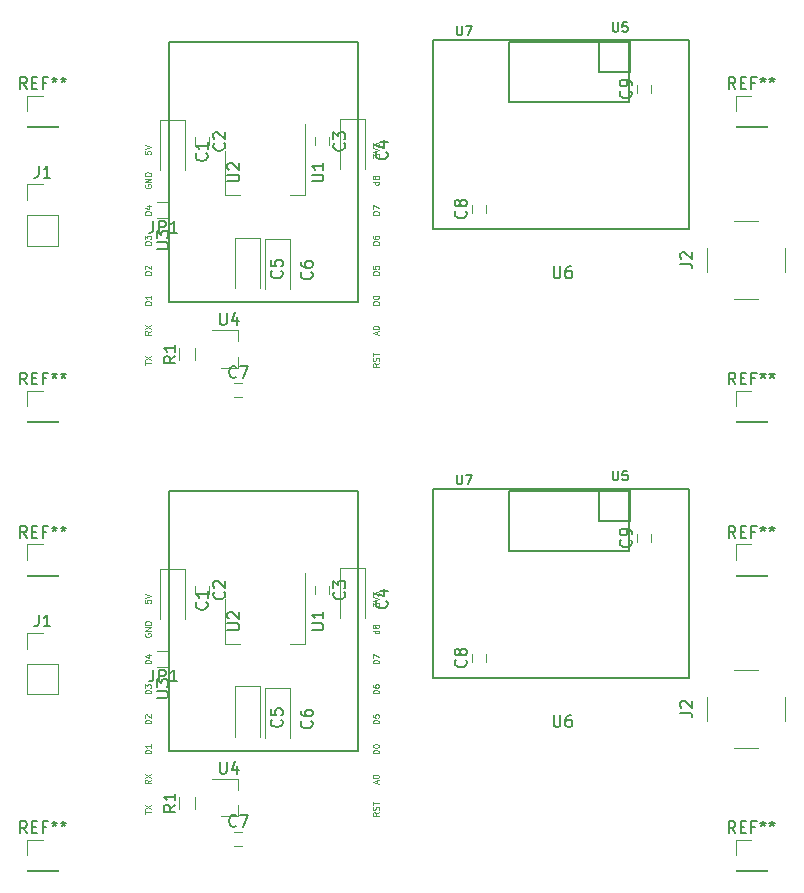
<source format=gbr>
G04 #@! TF.FileFunction,Legend,Top*
%FSLAX46Y46*%
G04 Gerber Fmt 4.6, Leading zero omitted, Abs format (unit mm)*
G04 Created by KiCad (PCBNEW 4.0.6-e0-6349~52~ubuntu16.10.1) date Mon May  1 13:22:21 2017*
%MOMM*%
%LPD*%
G01*
G04 APERTURE LIST*
%ADD10C,0.100000*%
%ADD11C,0.120000*%
%ADD12C,0.150000*%
%ADD13C,0.160000*%
G04 APERTURE END LIST*
D10*
D11*
X128670000Y-111770000D02*
X128670000Y-111830000D01*
X128670000Y-111830000D02*
X131330000Y-111830000D01*
X131330000Y-111830000D02*
X131330000Y-111770000D01*
X131330000Y-111770000D02*
X128670000Y-111770000D01*
X128670000Y-110500000D02*
X128670000Y-109170000D01*
X128670000Y-109170000D02*
X130000000Y-109170000D01*
X146220000Y-108520000D02*
X146920000Y-108520000D01*
X146920000Y-109720000D02*
X146220000Y-109720000D01*
X142920000Y-105560000D02*
X142920000Y-106560000D01*
X141560000Y-106560000D02*
X141560000Y-105560000D01*
X146540000Y-107210000D02*
X146540000Y-106280000D01*
X146540000Y-104050000D02*
X146540000Y-104980000D01*
X146540000Y-104050000D02*
X144380000Y-104050000D01*
X146540000Y-107210000D02*
X145080000Y-107210000D01*
D12*
X156740000Y-79680000D02*
X140740000Y-79680000D01*
X140740000Y-79680000D02*
X140740000Y-101680000D01*
X140740000Y-101680000D02*
X156740000Y-101680000D01*
X156740000Y-101680000D02*
X156740000Y-79680000D01*
D11*
X144110000Y-87700000D02*
X144110000Y-88400000D01*
X142910000Y-88400000D02*
X142910000Y-87700000D01*
X148370000Y-96205000D02*
X148370000Y-100455000D01*
X146270000Y-96205000D02*
X146270000Y-100455000D01*
X148370000Y-96205000D02*
X146270000Y-96205000D01*
X150910000Y-96310000D02*
X150910000Y-100560000D01*
X148810000Y-96310000D02*
X148810000Y-100560000D01*
X150910000Y-96310000D02*
X148810000Y-96310000D01*
X154270000Y-87700000D02*
X154270000Y-88400000D01*
X153070000Y-88400000D02*
X153070000Y-87700000D01*
X142020000Y-86255000D02*
X142020000Y-90505000D01*
X139920000Y-86255000D02*
X139920000Y-90505000D01*
X142020000Y-86255000D02*
X139920000Y-86255000D01*
X145420000Y-92590000D02*
X146680000Y-92590000D01*
X152240000Y-92590000D02*
X150980000Y-92590000D01*
X145420000Y-88830000D02*
X145420000Y-92590000D01*
X152240000Y-86580000D02*
X152240000Y-92590000D01*
X188670000Y-111770000D02*
X188670000Y-111830000D01*
X188670000Y-111830000D02*
X191330000Y-111830000D01*
X191330000Y-111830000D02*
X191330000Y-111770000D01*
X191330000Y-111770000D02*
X188670000Y-111770000D01*
X188670000Y-110500000D02*
X188670000Y-109170000D01*
X188670000Y-109170000D02*
X190000000Y-109170000D01*
X186244630Y-99094678D02*
X186244630Y-97094678D01*
X192844630Y-99094678D02*
X192844630Y-97094678D01*
X188544630Y-94794678D02*
X190544630Y-94794678D01*
X188544630Y-101394678D02*
X190544630Y-101394678D01*
X188670000Y-86770000D02*
X188670000Y-86830000D01*
X188670000Y-86830000D02*
X191330000Y-86830000D01*
X191330000Y-86830000D02*
X191330000Y-86770000D01*
X191330000Y-86770000D02*
X188670000Y-86770000D01*
X188670000Y-85500000D02*
X188670000Y-84170000D01*
X188670000Y-84170000D02*
X190000000Y-84170000D01*
D12*
X177104630Y-79537678D02*
X179771630Y-79537678D01*
X179771630Y-79537678D02*
X179771630Y-82204678D01*
X172024630Y-79664678D02*
X169484630Y-79664678D01*
X169484630Y-79664678D02*
X169484630Y-82204678D01*
X177104630Y-79664678D02*
X177104630Y-82204678D01*
X177104630Y-82204678D02*
X179644630Y-82204678D01*
X172024630Y-79664678D02*
X179644630Y-79664678D01*
X179644630Y-79664678D02*
X179644630Y-84744678D01*
X179644630Y-84744678D02*
X169484630Y-84744678D01*
X169484630Y-84744678D02*
X169484630Y-82204678D01*
D11*
X180330000Y-83970000D02*
X180330000Y-83270000D01*
X181530000Y-83270000D02*
X181530000Y-83970000D01*
X166360000Y-94130000D02*
X166360000Y-93430000D01*
X167560000Y-93430000D02*
X167560000Y-94130000D01*
D12*
X163044630Y-95474678D02*
X163044630Y-79474678D01*
X184744630Y-95474678D02*
X163044630Y-95474678D01*
X184744630Y-79474678D02*
X184744630Y-95474678D01*
X163044630Y-79474678D02*
X184744630Y-79474678D01*
D11*
X128670000Y-86770000D02*
X128670000Y-86830000D01*
X128670000Y-86830000D02*
X131330000Y-86830000D01*
X131330000Y-86830000D02*
X131330000Y-86770000D01*
X131330000Y-86770000D02*
X128670000Y-86770000D01*
X128670000Y-85500000D02*
X128670000Y-84170000D01*
X128670000Y-84170000D02*
X130000000Y-84170000D01*
X139720000Y-93200000D02*
X140720000Y-93200000D01*
X140720000Y-94560000D02*
X139720000Y-94560000D01*
X157260000Y-86150000D02*
X157260000Y-90400000D01*
X155160000Y-86150000D02*
X155160000Y-90400000D01*
X157260000Y-86150000D02*
X155160000Y-86150000D01*
X128670000Y-94270000D02*
X128670000Y-96870000D01*
X128670000Y-96870000D02*
X131330000Y-96870000D01*
X131330000Y-96870000D02*
X131330000Y-94270000D01*
X131330000Y-94270000D02*
X128670000Y-94270000D01*
X128670000Y-93000000D02*
X128670000Y-91670000D01*
X128670000Y-91670000D02*
X130000000Y-91670000D01*
X128670000Y-48770000D02*
X128670000Y-48830000D01*
X128670000Y-48830000D02*
X131330000Y-48830000D01*
X131330000Y-48830000D02*
X131330000Y-48770000D01*
X131330000Y-48770000D02*
X128670000Y-48770000D01*
X128670000Y-47500000D02*
X128670000Y-46170000D01*
X128670000Y-46170000D02*
X130000000Y-46170000D01*
X128670000Y-73770000D02*
X128670000Y-73830000D01*
X128670000Y-73830000D02*
X131330000Y-73830000D01*
X131330000Y-73830000D02*
X131330000Y-73770000D01*
X131330000Y-73770000D02*
X128670000Y-73770000D01*
X128670000Y-72500000D02*
X128670000Y-71170000D01*
X128670000Y-71170000D02*
X130000000Y-71170000D01*
X188670000Y-73770000D02*
X188670000Y-73830000D01*
X188670000Y-73830000D02*
X191330000Y-73830000D01*
X191330000Y-73830000D02*
X191330000Y-73770000D01*
X191330000Y-73770000D02*
X188670000Y-73770000D01*
X188670000Y-72500000D02*
X188670000Y-71170000D01*
X188670000Y-71170000D02*
X190000000Y-71170000D01*
X142020000Y-48255000D02*
X142020000Y-52505000D01*
X139920000Y-48255000D02*
X139920000Y-52505000D01*
X142020000Y-48255000D02*
X139920000Y-48255000D01*
X144110000Y-49700000D02*
X144110000Y-50400000D01*
X142910000Y-50400000D02*
X142910000Y-49700000D01*
X154270000Y-49700000D02*
X154270000Y-50400000D01*
X153070000Y-50400000D02*
X153070000Y-49700000D01*
X157260000Y-48150000D02*
X157260000Y-52400000D01*
X155160000Y-48150000D02*
X155160000Y-52400000D01*
X157260000Y-48150000D02*
X155160000Y-48150000D01*
X148370000Y-58205000D02*
X148370000Y-62455000D01*
X146270000Y-58205000D02*
X146270000Y-62455000D01*
X148370000Y-58205000D02*
X146270000Y-58205000D01*
X150910000Y-58310000D02*
X150910000Y-62560000D01*
X148810000Y-58310000D02*
X148810000Y-62560000D01*
X150910000Y-58310000D02*
X148810000Y-58310000D01*
X146220000Y-70520000D02*
X146920000Y-70520000D01*
X146920000Y-71720000D02*
X146220000Y-71720000D01*
X166360000Y-56130000D02*
X166360000Y-55430000D01*
X167560000Y-55430000D02*
X167560000Y-56130000D01*
X180330000Y-45970000D02*
X180330000Y-45270000D01*
X181530000Y-45270000D02*
X181530000Y-45970000D01*
X186244630Y-61094678D02*
X186244630Y-59094678D01*
X192844630Y-61094678D02*
X192844630Y-59094678D01*
X188544630Y-56794678D02*
X190544630Y-56794678D01*
X188544630Y-63394678D02*
X190544630Y-63394678D01*
X139720000Y-55200000D02*
X140720000Y-55200000D01*
X140720000Y-56560000D02*
X139720000Y-56560000D01*
X142920000Y-67560000D02*
X142920000Y-68560000D01*
X141560000Y-68560000D02*
X141560000Y-67560000D01*
X145420000Y-54590000D02*
X146680000Y-54590000D01*
X152240000Y-54590000D02*
X150980000Y-54590000D01*
X145420000Y-50830000D02*
X145420000Y-54590000D01*
X152240000Y-48580000D02*
X152240000Y-54590000D01*
D12*
X156740000Y-41680000D02*
X140740000Y-41680000D01*
X140740000Y-41680000D02*
X140740000Y-63680000D01*
X140740000Y-63680000D02*
X156740000Y-63680000D01*
X156740000Y-63680000D02*
X156740000Y-41680000D01*
D11*
X146540000Y-69210000D02*
X146540000Y-68280000D01*
X146540000Y-66050000D02*
X146540000Y-66980000D01*
X146540000Y-66050000D02*
X144380000Y-66050000D01*
X146540000Y-69210000D02*
X145080000Y-69210000D01*
D12*
X177104630Y-41537678D02*
X179771630Y-41537678D01*
X179771630Y-41537678D02*
X179771630Y-44204678D01*
X172024630Y-41664678D02*
X169484630Y-41664678D01*
X169484630Y-41664678D02*
X169484630Y-44204678D01*
X177104630Y-41664678D02*
X177104630Y-44204678D01*
X177104630Y-44204678D02*
X179644630Y-44204678D01*
X172024630Y-41664678D02*
X179644630Y-41664678D01*
X179644630Y-41664678D02*
X179644630Y-46744678D01*
X179644630Y-46744678D02*
X169484630Y-46744678D01*
X169484630Y-46744678D02*
X169484630Y-44204678D01*
X163044630Y-57474678D02*
X163044630Y-41474678D01*
X184744630Y-57474678D02*
X163044630Y-57474678D01*
X184744630Y-41474678D02*
X184744630Y-57474678D01*
X163044630Y-41474678D02*
X184744630Y-41474678D01*
D11*
X128670000Y-56270000D02*
X128670000Y-58870000D01*
X128670000Y-58870000D02*
X131330000Y-58870000D01*
X131330000Y-58870000D02*
X131330000Y-56270000D01*
X131330000Y-56270000D02*
X128670000Y-56270000D01*
X128670000Y-55000000D02*
X128670000Y-53670000D01*
X128670000Y-53670000D02*
X130000000Y-53670000D01*
X188670000Y-48770000D02*
X188670000Y-48830000D01*
X188670000Y-48830000D02*
X191330000Y-48830000D01*
X191330000Y-48830000D02*
X191330000Y-48770000D01*
X191330000Y-48770000D02*
X188670000Y-48770000D01*
X188670000Y-47500000D02*
X188670000Y-46170000D01*
X188670000Y-46170000D02*
X190000000Y-46170000D01*
D12*
X128666667Y-108622381D02*
X128333333Y-108146190D01*
X128095238Y-108622381D02*
X128095238Y-107622381D01*
X128476191Y-107622381D01*
X128571429Y-107670000D01*
X128619048Y-107717619D01*
X128666667Y-107812857D01*
X128666667Y-107955714D01*
X128619048Y-108050952D01*
X128571429Y-108098571D01*
X128476191Y-108146190D01*
X128095238Y-108146190D01*
X129095238Y-108098571D02*
X129428572Y-108098571D01*
X129571429Y-108622381D02*
X129095238Y-108622381D01*
X129095238Y-107622381D01*
X129571429Y-107622381D01*
X130333334Y-108098571D02*
X130000000Y-108098571D01*
X130000000Y-108622381D02*
X130000000Y-107622381D01*
X130476191Y-107622381D01*
X131000000Y-107622381D02*
X131000000Y-107860476D01*
X130761905Y-107765238D02*
X131000000Y-107860476D01*
X131238096Y-107765238D01*
X130857143Y-108050952D02*
X131000000Y-107860476D01*
X131142858Y-108050952D01*
X131761905Y-107622381D02*
X131761905Y-107860476D01*
X131523810Y-107765238D02*
X131761905Y-107860476D01*
X132000001Y-107765238D01*
X131619048Y-108050952D02*
X131761905Y-107860476D01*
X131904763Y-108050952D01*
X146403334Y-107977143D02*
X146355715Y-108024762D01*
X146212858Y-108072381D01*
X146117620Y-108072381D01*
X145974762Y-108024762D01*
X145879524Y-107929524D01*
X145831905Y-107834286D01*
X145784286Y-107643810D01*
X145784286Y-107500952D01*
X145831905Y-107310476D01*
X145879524Y-107215238D01*
X145974762Y-107120000D01*
X146117620Y-107072381D01*
X146212858Y-107072381D01*
X146355715Y-107120000D01*
X146403334Y-107167619D01*
X146736667Y-107072381D02*
X147403334Y-107072381D01*
X146974762Y-108072381D01*
X141242381Y-106226666D02*
X140766190Y-106560000D01*
X141242381Y-106798095D02*
X140242381Y-106798095D01*
X140242381Y-106417142D01*
X140290000Y-106321904D01*
X140337619Y-106274285D01*
X140432857Y-106226666D01*
X140575714Y-106226666D01*
X140670952Y-106274285D01*
X140718571Y-106321904D01*
X140766190Y-106417142D01*
X140766190Y-106798095D01*
X141242381Y-105274285D02*
X141242381Y-105845714D01*
X141242381Y-105560000D02*
X140242381Y-105560000D01*
X140385238Y-105655238D01*
X140480476Y-105750476D01*
X140528095Y-105845714D01*
X145018095Y-102582381D02*
X145018095Y-103391905D01*
X145065714Y-103487143D01*
X145113333Y-103534762D01*
X145208571Y-103582381D01*
X145399048Y-103582381D01*
X145494286Y-103534762D01*
X145541905Y-103487143D01*
X145589524Y-103391905D01*
X145589524Y-102582381D01*
X146494286Y-102915714D02*
X146494286Y-103582381D01*
X146256190Y-102534762D02*
X146018095Y-103249048D01*
X146637143Y-103249048D01*
X139660381Y-97181905D02*
X140469905Y-97181905D01*
X140565143Y-97134286D01*
X140612762Y-97086667D01*
X140660381Y-96991429D01*
X140660381Y-96800952D01*
X140612762Y-96705714D01*
X140565143Y-96658095D01*
X140469905Y-96610476D01*
X139660381Y-96610476D01*
X139660381Y-96229524D02*
X139660381Y-95610476D01*
X140041333Y-95943810D01*
X140041333Y-95800952D01*
X140088952Y-95705714D01*
X140136571Y-95658095D01*
X140231810Y-95610476D01*
X140469905Y-95610476D01*
X140565143Y-95658095D01*
X140612762Y-95705714D01*
X140660381Y-95800952D01*
X140660381Y-96086667D01*
X140612762Y-96181905D01*
X140565143Y-96229524D01*
D10*
X138664190Y-88895237D02*
X138664190Y-89133332D01*
X138902286Y-89157142D01*
X138878476Y-89133332D01*
X138854667Y-89085713D01*
X138854667Y-88966666D01*
X138878476Y-88919047D01*
X138902286Y-88895237D01*
X138949905Y-88871428D01*
X139068952Y-88871428D01*
X139116571Y-88895237D01*
X139140381Y-88919047D01*
X139164190Y-88966666D01*
X139164190Y-89085713D01*
X139140381Y-89133332D01*
X139116571Y-89157142D01*
X138664190Y-88728571D02*
X139164190Y-88561904D01*
X138664190Y-88395238D01*
X138688000Y-91720953D02*
X138664190Y-91768572D01*
X138664190Y-91840000D01*
X138688000Y-91911429D01*
X138735619Y-91959048D01*
X138783238Y-91982857D01*
X138878476Y-92006667D01*
X138949905Y-92006667D01*
X139045143Y-91982857D01*
X139092762Y-91959048D01*
X139140381Y-91911429D01*
X139164190Y-91840000D01*
X139164190Y-91792381D01*
X139140381Y-91720953D01*
X139116571Y-91697143D01*
X138949905Y-91697143D01*
X138949905Y-91792381D01*
X139164190Y-91482857D02*
X138664190Y-91482857D01*
X139164190Y-91197143D01*
X138664190Y-91197143D01*
X139164190Y-90959047D02*
X138664190Y-90959047D01*
X138664190Y-90840000D01*
X138688000Y-90768571D01*
X138735619Y-90720952D01*
X138783238Y-90697143D01*
X138878476Y-90673333D01*
X138949905Y-90673333D01*
X139045143Y-90697143D01*
X139092762Y-90720952D01*
X139140381Y-90768571D01*
X139164190Y-90840000D01*
X139164190Y-90959047D01*
X139164190Y-94249047D02*
X138664190Y-94249047D01*
X138664190Y-94130000D01*
X138688000Y-94058571D01*
X138735619Y-94010952D01*
X138783238Y-93987143D01*
X138878476Y-93963333D01*
X138949905Y-93963333D01*
X139045143Y-93987143D01*
X139092762Y-94010952D01*
X139140381Y-94058571D01*
X139164190Y-94130000D01*
X139164190Y-94249047D01*
X138830857Y-93534762D02*
X139164190Y-93534762D01*
X138640381Y-93653809D02*
X138997524Y-93772857D01*
X138997524Y-93463333D01*
X139164190Y-96789047D02*
X138664190Y-96789047D01*
X138664190Y-96670000D01*
X138688000Y-96598571D01*
X138735619Y-96550952D01*
X138783238Y-96527143D01*
X138878476Y-96503333D01*
X138949905Y-96503333D01*
X139045143Y-96527143D01*
X139092762Y-96550952D01*
X139140381Y-96598571D01*
X139164190Y-96670000D01*
X139164190Y-96789047D01*
X138664190Y-96336666D02*
X138664190Y-96027143D01*
X138854667Y-96193809D01*
X138854667Y-96122381D01*
X138878476Y-96074762D01*
X138902286Y-96050952D01*
X138949905Y-96027143D01*
X139068952Y-96027143D01*
X139116571Y-96050952D01*
X139140381Y-96074762D01*
X139164190Y-96122381D01*
X139164190Y-96265238D01*
X139140381Y-96312857D01*
X139116571Y-96336666D01*
X139164190Y-99329047D02*
X138664190Y-99329047D01*
X138664190Y-99210000D01*
X138688000Y-99138571D01*
X138735619Y-99090952D01*
X138783238Y-99067143D01*
X138878476Y-99043333D01*
X138949905Y-99043333D01*
X139045143Y-99067143D01*
X139092762Y-99090952D01*
X139140381Y-99138571D01*
X139164190Y-99210000D01*
X139164190Y-99329047D01*
X138711810Y-98852857D02*
X138688000Y-98829047D01*
X138664190Y-98781428D01*
X138664190Y-98662381D01*
X138688000Y-98614762D01*
X138711810Y-98590952D01*
X138759429Y-98567143D01*
X138807048Y-98567143D01*
X138878476Y-98590952D01*
X139164190Y-98876666D01*
X139164190Y-98567143D01*
X139164190Y-101869047D02*
X138664190Y-101869047D01*
X138664190Y-101750000D01*
X138688000Y-101678571D01*
X138735619Y-101630952D01*
X138783238Y-101607143D01*
X138878476Y-101583333D01*
X138949905Y-101583333D01*
X139045143Y-101607143D01*
X139092762Y-101630952D01*
X139140381Y-101678571D01*
X139164190Y-101750000D01*
X139164190Y-101869047D01*
X139164190Y-101107143D02*
X139164190Y-101392857D01*
X139164190Y-101250000D02*
X138664190Y-101250000D01*
X138735619Y-101297619D01*
X138783238Y-101345238D01*
X138807048Y-101392857D01*
X139164190Y-104123333D02*
X138926095Y-104290000D01*
X139164190Y-104409047D02*
X138664190Y-104409047D01*
X138664190Y-104218571D01*
X138688000Y-104170952D01*
X138711810Y-104147143D01*
X138759429Y-104123333D01*
X138830857Y-104123333D01*
X138878476Y-104147143D01*
X138902286Y-104170952D01*
X138926095Y-104218571D01*
X138926095Y-104409047D01*
X138664190Y-103956666D02*
X139164190Y-103623333D01*
X138664190Y-103623333D02*
X139164190Y-103956666D01*
X138664190Y-106960952D02*
X138664190Y-106675238D01*
X139164190Y-106818095D02*
X138664190Y-106818095D01*
X138664190Y-106556190D02*
X139164190Y-106222857D01*
X138664190Y-106222857D02*
X139164190Y-106556190D01*
X157968190Y-89419046D02*
X157968190Y-89109523D01*
X158158667Y-89276189D01*
X158158667Y-89204761D01*
X158182476Y-89157142D01*
X158206286Y-89133332D01*
X158253905Y-89109523D01*
X158372952Y-89109523D01*
X158420571Y-89133332D01*
X158444381Y-89157142D01*
X158468190Y-89204761D01*
X158468190Y-89347618D01*
X158444381Y-89395237D01*
X158420571Y-89419046D01*
X157968190Y-88966666D02*
X158468190Y-88799999D01*
X157968190Y-88633333D01*
X157968190Y-88514285D02*
X157968190Y-88204762D01*
X158158667Y-88371428D01*
X158158667Y-88300000D01*
X158182476Y-88252381D01*
X158206286Y-88228571D01*
X158253905Y-88204762D01*
X158372952Y-88204762D01*
X158420571Y-88228571D01*
X158444381Y-88252381D01*
X158468190Y-88300000D01*
X158468190Y-88442857D01*
X158444381Y-88490476D01*
X158420571Y-88514285D01*
X158468190Y-91470952D02*
X157968190Y-91470952D01*
X158444381Y-91470952D02*
X158468190Y-91518571D01*
X158468190Y-91613809D01*
X158444381Y-91661428D01*
X158420571Y-91685237D01*
X158372952Y-91709047D01*
X158230095Y-91709047D01*
X158182476Y-91685237D01*
X158158667Y-91661428D01*
X158134857Y-91613809D01*
X158134857Y-91518571D01*
X158158667Y-91470952D01*
X158182476Y-91161428D02*
X158158667Y-91209047D01*
X158134857Y-91232856D01*
X158087238Y-91256666D01*
X158063429Y-91256666D01*
X158015810Y-91232856D01*
X157992000Y-91209047D01*
X157968190Y-91161428D01*
X157968190Y-91066190D01*
X157992000Y-91018571D01*
X158015810Y-90994761D01*
X158063429Y-90970952D01*
X158087238Y-90970952D01*
X158134857Y-90994761D01*
X158158667Y-91018571D01*
X158182476Y-91066190D01*
X158182476Y-91161428D01*
X158206286Y-91209047D01*
X158230095Y-91232856D01*
X158277714Y-91256666D01*
X158372952Y-91256666D01*
X158420571Y-91232856D01*
X158444381Y-91209047D01*
X158468190Y-91161428D01*
X158468190Y-91066190D01*
X158444381Y-91018571D01*
X158420571Y-90994761D01*
X158372952Y-90970952D01*
X158277714Y-90970952D01*
X158230095Y-90994761D01*
X158206286Y-91018571D01*
X158182476Y-91066190D01*
X158468190Y-94249047D02*
X157968190Y-94249047D01*
X157968190Y-94130000D01*
X157992000Y-94058571D01*
X158039619Y-94010952D01*
X158087238Y-93987143D01*
X158182476Y-93963333D01*
X158253905Y-93963333D01*
X158349143Y-93987143D01*
X158396762Y-94010952D01*
X158444381Y-94058571D01*
X158468190Y-94130000D01*
X158468190Y-94249047D01*
X157968190Y-93796666D02*
X157968190Y-93463333D01*
X158468190Y-93677619D01*
X158468190Y-96789047D02*
X157968190Y-96789047D01*
X157968190Y-96670000D01*
X157992000Y-96598571D01*
X158039619Y-96550952D01*
X158087238Y-96527143D01*
X158182476Y-96503333D01*
X158253905Y-96503333D01*
X158349143Y-96527143D01*
X158396762Y-96550952D01*
X158444381Y-96598571D01*
X158468190Y-96670000D01*
X158468190Y-96789047D01*
X157968190Y-96074762D02*
X157968190Y-96170000D01*
X157992000Y-96217619D01*
X158015810Y-96241428D01*
X158087238Y-96289047D01*
X158182476Y-96312857D01*
X158372952Y-96312857D01*
X158420571Y-96289047D01*
X158444381Y-96265238D01*
X158468190Y-96217619D01*
X158468190Y-96122381D01*
X158444381Y-96074762D01*
X158420571Y-96050952D01*
X158372952Y-96027143D01*
X158253905Y-96027143D01*
X158206286Y-96050952D01*
X158182476Y-96074762D01*
X158158667Y-96122381D01*
X158158667Y-96217619D01*
X158182476Y-96265238D01*
X158206286Y-96289047D01*
X158253905Y-96312857D01*
X158468190Y-99329047D02*
X157968190Y-99329047D01*
X157968190Y-99210000D01*
X157992000Y-99138571D01*
X158039619Y-99090952D01*
X158087238Y-99067143D01*
X158182476Y-99043333D01*
X158253905Y-99043333D01*
X158349143Y-99067143D01*
X158396762Y-99090952D01*
X158444381Y-99138571D01*
X158468190Y-99210000D01*
X158468190Y-99329047D01*
X157968190Y-98590952D02*
X157968190Y-98829047D01*
X158206286Y-98852857D01*
X158182476Y-98829047D01*
X158158667Y-98781428D01*
X158158667Y-98662381D01*
X158182476Y-98614762D01*
X158206286Y-98590952D01*
X158253905Y-98567143D01*
X158372952Y-98567143D01*
X158420571Y-98590952D01*
X158444381Y-98614762D01*
X158468190Y-98662381D01*
X158468190Y-98781428D01*
X158444381Y-98829047D01*
X158420571Y-98852857D01*
X158468190Y-101869047D02*
X157968190Y-101869047D01*
X157968190Y-101750000D01*
X157992000Y-101678571D01*
X158039619Y-101630952D01*
X158087238Y-101607143D01*
X158182476Y-101583333D01*
X158253905Y-101583333D01*
X158349143Y-101607143D01*
X158396762Y-101630952D01*
X158444381Y-101678571D01*
X158468190Y-101750000D01*
X158468190Y-101869047D01*
X157968190Y-101273809D02*
X157968190Y-101226190D01*
X157992000Y-101178571D01*
X158015810Y-101154762D01*
X158063429Y-101130952D01*
X158158667Y-101107143D01*
X158277714Y-101107143D01*
X158372952Y-101130952D01*
X158420571Y-101154762D01*
X158444381Y-101178571D01*
X158468190Y-101226190D01*
X158468190Y-101273809D01*
X158444381Y-101321428D01*
X158420571Y-101345238D01*
X158372952Y-101369047D01*
X158277714Y-101392857D01*
X158158667Y-101392857D01*
X158063429Y-101369047D01*
X158015810Y-101345238D01*
X157992000Y-101321428D01*
X157968190Y-101273809D01*
X158325333Y-104397142D02*
X158325333Y-104159047D01*
X158468190Y-104444761D02*
X157968190Y-104278094D01*
X158468190Y-104111428D01*
X157968190Y-103849523D02*
X157968190Y-103801904D01*
X157992000Y-103754285D01*
X158015810Y-103730476D01*
X158063429Y-103706666D01*
X158158667Y-103682857D01*
X158277714Y-103682857D01*
X158372952Y-103706666D01*
X158420571Y-103730476D01*
X158444381Y-103754285D01*
X158468190Y-103801904D01*
X158468190Y-103849523D01*
X158444381Y-103897142D01*
X158420571Y-103920952D01*
X158372952Y-103944761D01*
X158277714Y-103968571D01*
X158158667Y-103968571D01*
X158063429Y-103944761D01*
X158015810Y-103920952D01*
X157992000Y-103897142D01*
X157968190Y-103849523D01*
X158468190Y-106853809D02*
X158230095Y-107020476D01*
X158468190Y-107139523D02*
X157968190Y-107139523D01*
X157968190Y-106949047D01*
X157992000Y-106901428D01*
X158015810Y-106877619D01*
X158063429Y-106853809D01*
X158134857Y-106853809D01*
X158182476Y-106877619D01*
X158206286Y-106901428D01*
X158230095Y-106949047D01*
X158230095Y-107139523D01*
X158444381Y-106663333D02*
X158468190Y-106591904D01*
X158468190Y-106472857D01*
X158444381Y-106425238D01*
X158420571Y-106401428D01*
X158372952Y-106377619D01*
X158325333Y-106377619D01*
X158277714Y-106401428D01*
X158253905Y-106425238D01*
X158230095Y-106472857D01*
X158206286Y-106568095D01*
X158182476Y-106615714D01*
X158158667Y-106639523D01*
X158111048Y-106663333D01*
X158063429Y-106663333D01*
X158015810Y-106639523D01*
X157992000Y-106615714D01*
X157968190Y-106568095D01*
X157968190Y-106449047D01*
X157992000Y-106377619D01*
X157968190Y-106234762D02*
X157968190Y-105949048D01*
X158468190Y-106091905D02*
X157968190Y-106091905D01*
D12*
X145652381Y-91441905D02*
X146461905Y-91441905D01*
X146557143Y-91394286D01*
X146604762Y-91346667D01*
X146652381Y-91251429D01*
X146652381Y-91060952D01*
X146604762Y-90965714D01*
X146557143Y-90918095D01*
X146461905Y-90870476D01*
X145652381Y-90870476D01*
X145747619Y-90441905D02*
X145700000Y-90394286D01*
X145652381Y-90299048D01*
X145652381Y-90060952D01*
X145700000Y-89965714D01*
X145747619Y-89918095D01*
X145842857Y-89870476D01*
X145938095Y-89870476D01*
X146080952Y-89918095D01*
X146652381Y-90489524D01*
X146652381Y-89870476D01*
X145367143Y-88216666D02*
X145414762Y-88264285D01*
X145462381Y-88407142D01*
X145462381Y-88502380D01*
X145414762Y-88645238D01*
X145319524Y-88740476D01*
X145224286Y-88788095D01*
X145033810Y-88835714D01*
X144890952Y-88835714D01*
X144700476Y-88788095D01*
X144605238Y-88740476D01*
X144510000Y-88645238D01*
X144462381Y-88502380D01*
X144462381Y-88407142D01*
X144510000Y-88264285D01*
X144557619Y-88216666D01*
X144557619Y-87835714D02*
X144510000Y-87788095D01*
X144462381Y-87692857D01*
X144462381Y-87454761D01*
X144510000Y-87359523D01*
X144557619Y-87311904D01*
X144652857Y-87264285D01*
X144748095Y-87264285D01*
X144890952Y-87311904D01*
X145462381Y-87883333D01*
X145462381Y-87264285D01*
X150227143Y-99021666D02*
X150274762Y-99069285D01*
X150322381Y-99212142D01*
X150322381Y-99307380D01*
X150274762Y-99450238D01*
X150179524Y-99545476D01*
X150084286Y-99593095D01*
X149893810Y-99640714D01*
X149750952Y-99640714D01*
X149560476Y-99593095D01*
X149465238Y-99545476D01*
X149370000Y-99450238D01*
X149322381Y-99307380D01*
X149322381Y-99212142D01*
X149370000Y-99069285D01*
X149417619Y-99021666D01*
X149322381Y-98116904D02*
X149322381Y-98593095D01*
X149798571Y-98640714D01*
X149750952Y-98593095D01*
X149703333Y-98497857D01*
X149703333Y-98259761D01*
X149750952Y-98164523D01*
X149798571Y-98116904D01*
X149893810Y-98069285D01*
X150131905Y-98069285D01*
X150227143Y-98116904D01*
X150274762Y-98164523D01*
X150322381Y-98259761D01*
X150322381Y-98497857D01*
X150274762Y-98593095D01*
X150227143Y-98640714D01*
X152767143Y-99126666D02*
X152814762Y-99174285D01*
X152862381Y-99317142D01*
X152862381Y-99412380D01*
X152814762Y-99555238D01*
X152719524Y-99650476D01*
X152624286Y-99698095D01*
X152433810Y-99745714D01*
X152290952Y-99745714D01*
X152100476Y-99698095D01*
X152005238Y-99650476D01*
X151910000Y-99555238D01*
X151862381Y-99412380D01*
X151862381Y-99317142D01*
X151910000Y-99174285D01*
X151957619Y-99126666D01*
X151862381Y-98269523D02*
X151862381Y-98460000D01*
X151910000Y-98555238D01*
X151957619Y-98602857D01*
X152100476Y-98698095D01*
X152290952Y-98745714D01*
X152671905Y-98745714D01*
X152767143Y-98698095D01*
X152814762Y-98650476D01*
X152862381Y-98555238D01*
X152862381Y-98364761D01*
X152814762Y-98269523D01*
X152767143Y-98221904D01*
X152671905Y-98174285D01*
X152433810Y-98174285D01*
X152338571Y-98221904D01*
X152290952Y-98269523D01*
X152243333Y-98364761D01*
X152243333Y-98555238D01*
X152290952Y-98650476D01*
X152338571Y-98698095D01*
X152433810Y-98745714D01*
X155527143Y-88216666D02*
X155574762Y-88264285D01*
X155622381Y-88407142D01*
X155622381Y-88502380D01*
X155574762Y-88645238D01*
X155479524Y-88740476D01*
X155384286Y-88788095D01*
X155193810Y-88835714D01*
X155050952Y-88835714D01*
X154860476Y-88788095D01*
X154765238Y-88740476D01*
X154670000Y-88645238D01*
X154622381Y-88502380D01*
X154622381Y-88407142D01*
X154670000Y-88264285D01*
X154717619Y-88216666D01*
X154622381Y-87883333D02*
X154622381Y-87264285D01*
X155003333Y-87597619D01*
X155003333Y-87454761D01*
X155050952Y-87359523D01*
X155098571Y-87311904D01*
X155193810Y-87264285D01*
X155431905Y-87264285D01*
X155527143Y-87311904D01*
X155574762Y-87359523D01*
X155622381Y-87454761D01*
X155622381Y-87740476D01*
X155574762Y-87835714D01*
X155527143Y-87883333D01*
X143877143Y-89071666D02*
X143924762Y-89119285D01*
X143972381Y-89262142D01*
X143972381Y-89357380D01*
X143924762Y-89500238D01*
X143829524Y-89595476D01*
X143734286Y-89643095D01*
X143543810Y-89690714D01*
X143400952Y-89690714D01*
X143210476Y-89643095D01*
X143115238Y-89595476D01*
X143020000Y-89500238D01*
X142972381Y-89357380D01*
X142972381Y-89262142D01*
X143020000Y-89119285D01*
X143067619Y-89071666D01*
X143972381Y-88119285D02*
X143972381Y-88690714D01*
X143972381Y-88405000D02*
X142972381Y-88405000D01*
X143115238Y-88500238D01*
X143210476Y-88595476D01*
X143258095Y-88690714D01*
X152782381Y-91441905D02*
X153591905Y-91441905D01*
X153687143Y-91394286D01*
X153734762Y-91346667D01*
X153782381Y-91251429D01*
X153782381Y-91060952D01*
X153734762Y-90965714D01*
X153687143Y-90918095D01*
X153591905Y-90870476D01*
X152782381Y-90870476D01*
X153782381Y-89870476D02*
X153782381Y-90441905D01*
X153782381Y-90156191D02*
X152782381Y-90156191D01*
X152925238Y-90251429D01*
X153020476Y-90346667D01*
X153068095Y-90441905D01*
X188666667Y-108622381D02*
X188333333Y-108146190D01*
X188095238Y-108622381D02*
X188095238Y-107622381D01*
X188476191Y-107622381D01*
X188571429Y-107670000D01*
X188619048Y-107717619D01*
X188666667Y-107812857D01*
X188666667Y-107955714D01*
X188619048Y-108050952D01*
X188571429Y-108098571D01*
X188476191Y-108146190D01*
X188095238Y-108146190D01*
X189095238Y-108098571D02*
X189428572Y-108098571D01*
X189571429Y-108622381D02*
X189095238Y-108622381D01*
X189095238Y-107622381D01*
X189571429Y-107622381D01*
X190333334Y-108098571D02*
X190000000Y-108098571D01*
X190000000Y-108622381D02*
X190000000Y-107622381D01*
X190476191Y-107622381D01*
X191000000Y-107622381D02*
X191000000Y-107860476D01*
X190761905Y-107765238D02*
X191000000Y-107860476D01*
X191238096Y-107765238D01*
X190857143Y-108050952D02*
X191000000Y-107860476D01*
X191142858Y-108050952D01*
X191761905Y-107622381D02*
X191761905Y-107860476D01*
X191523810Y-107765238D02*
X191761905Y-107860476D01*
X192000001Y-107765238D01*
X191619048Y-108050952D02*
X191761905Y-107860476D01*
X191904763Y-108050952D01*
X183997011Y-98428011D02*
X184711297Y-98428011D01*
X184854154Y-98475631D01*
X184949392Y-98570869D01*
X184997011Y-98713726D01*
X184997011Y-98808964D01*
X184092249Y-97999440D02*
X184044630Y-97951821D01*
X183997011Y-97856583D01*
X183997011Y-97618487D01*
X184044630Y-97523249D01*
X184092249Y-97475630D01*
X184187487Y-97428011D01*
X184282725Y-97428011D01*
X184425582Y-97475630D01*
X184997011Y-98047059D01*
X184997011Y-97428011D01*
X173262725Y-98627059D02*
X173262725Y-99436583D01*
X173310344Y-99531821D01*
X173357963Y-99579440D01*
X173453201Y-99627059D01*
X173643678Y-99627059D01*
X173738916Y-99579440D01*
X173786535Y-99531821D01*
X173834154Y-99436583D01*
X173834154Y-98627059D01*
X174738916Y-98627059D02*
X174548439Y-98627059D01*
X174453201Y-98674678D01*
X174405582Y-98722297D01*
X174310344Y-98865154D01*
X174262725Y-99055630D01*
X174262725Y-99436583D01*
X174310344Y-99531821D01*
X174357963Y-99579440D01*
X174453201Y-99627059D01*
X174643678Y-99627059D01*
X174738916Y-99579440D01*
X174786535Y-99531821D01*
X174834154Y-99436583D01*
X174834154Y-99198488D01*
X174786535Y-99103249D01*
X174738916Y-99055630D01*
X174643678Y-99008011D01*
X174453201Y-99008011D01*
X174357963Y-99055630D01*
X174310344Y-99103249D01*
X174262725Y-99198488D01*
X188666667Y-83622381D02*
X188333333Y-83146190D01*
X188095238Y-83622381D02*
X188095238Y-82622381D01*
X188476191Y-82622381D01*
X188571429Y-82670000D01*
X188619048Y-82717619D01*
X188666667Y-82812857D01*
X188666667Y-82955714D01*
X188619048Y-83050952D01*
X188571429Y-83098571D01*
X188476191Y-83146190D01*
X188095238Y-83146190D01*
X189095238Y-83098571D02*
X189428572Y-83098571D01*
X189571429Y-83622381D02*
X189095238Y-83622381D01*
X189095238Y-82622381D01*
X189571429Y-82622381D01*
X190333334Y-83098571D02*
X190000000Y-83098571D01*
X190000000Y-83622381D02*
X190000000Y-82622381D01*
X190476191Y-82622381D01*
X191000000Y-82622381D02*
X191000000Y-82860476D01*
X190761905Y-82765238D02*
X191000000Y-82860476D01*
X191238096Y-82765238D01*
X190857143Y-83050952D02*
X191000000Y-82860476D01*
X191142858Y-83050952D01*
X191761905Y-82622381D02*
X191761905Y-82860476D01*
X191523810Y-82765238D02*
X191761905Y-82860476D01*
X192000001Y-82765238D01*
X191619048Y-83050952D02*
X191761905Y-82860476D01*
X191904763Y-83050952D01*
D13*
X178273106Y-77956583D02*
X178273106Y-78604202D01*
X178311201Y-78680392D01*
X178349297Y-78718488D01*
X178425487Y-78756583D01*
X178577868Y-78756583D01*
X178654059Y-78718488D01*
X178692154Y-78680392D01*
X178730249Y-78604202D01*
X178730249Y-77956583D01*
X179492154Y-77956583D02*
X179111201Y-77956583D01*
X179073106Y-78337535D01*
X179111201Y-78299440D01*
X179187392Y-78261345D01*
X179377868Y-78261345D01*
X179454058Y-78299440D01*
X179492154Y-78337535D01*
X179530249Y-78413726D01*
X179530249Y-78604202D01*
X179492154Y-78680392D01*
X179454058Y-78718488D01*
X179377868Y-78756583D01*
X179187392Y-78756583D01*
X179111201Y-78718488D01*
X179073106Y-78680392D01*
D12*
X179787143Y-83786666D02*
X179834762Y-83834285D01*
X179882381Y-83977142D01*
X179882381Y-84072380D01*
X179834762Y-84215238D01*
X179739524Y-84310476D01*
X179644286Y-84358095D01*
X179453810Y-84405714D01*
X179310952Y-84405714D01*
X179120476Y-84358095D01*
X179025238Y-84310476D01*
X178930000Y-84215238D01*
X178882381Y-84072380D01*
X178882381Y-83977142D01*
X178930000Y-83834285D01*
X178977619Y-83786666D01*
X179882381Y-83310476D02*
X179882381Y-83120000D01*
X179834762Y-83024761D01*
X179787143Y-82977142D01*
X179644286Y-82881904D01*
X179453810Y-82834285D01*
X179072857Y-82834285D01*
X178977619Y-82881904D01*
X178930000Y-82929523D01*
X178882381Y-83024761D01*
X178882381Y-83215238D01*
X178930000Y-83310476D01*
X178977619Y-83358095D01*
X179072857Y-83405714D01*
X179310952Y-83405714D01*
X179406190Y-83358095D01*
X179453810Y-83310476D01*
X179501429Y-83215238D01*
X179501429Y-83024761D01*
X179453810Y-82929523D01*
X179406190Y-82881904D01*
X179310952Y-82834285D01*
X165817143Y-93946666D02*
X165864762Y-93994285D01*
X165912381Y-94137142D01*
X165912381Y-94232380D01*
X165864762Y-94375238D01*
X165769524Y-94470476D01*
X165674286Y-94518095D01*
X165483810Y-94565714D01*
X165340952Y-94565714D01*
X165150476Y-94518095D01*
X165055238Y-94470476D01*
X164960000Y-94375238D01*
X164912381Y-94232380D01*
X164912381Y-94137142D01*
X164960000Y-93994285D01*
X165007619Y-93946666D01*
X165340952Y-93375238D02*
X165293333Y-93470476D01*
X165245714Y-93518095D01*
X165150476Y-93565714D01*
X165102857Y-93565714D01*
X165007619Y-93518095D01*
X164960000Y-93470476D01*
X164912381Y-93375238D01*
X164912381Y-93184761D01*
X164960000Y-93089523D01*
X165007619Y-93041904D01*
X165102857Y-92994285D01*
X165150476Y-92994285D01*
X165245714Y-93041904D01*
X165293333Y-93089523D01*
X165340952Y-93184761D01*
X165340952Y-93375238D01*
X165388571Y-93470476D01*
X165436190Y-93518095D01*
X165531429Y-93565714D01*
X165721905Y-93565714D01*
X165817143Y-93518095D01*
X165864762Y-93470476D01*
X165912381Y-93375238D01*
X165912381Y-93184761D01*
X165864762Y-93089523D01*
X165817143Y-93041904D01*
X165721905Y-92994285D01*
X165531429Y-92994285D01*
X165436190Y-93041904D01*
X165388571Y-93089523D01*
X165340952Y-93184761D01*
D13*
X165089106Y-78258583D02*
X165089106Y-78906202D01*
X165127201Y-78982392D01*
X165165297Y-79020488D01*
X165241487Y-79058583D01*
X165393868Y-79058583D01*
X165470059Y-79020488D01*
X165508154Y-78982392D01*
X165546249Y-78906202D01*
X165546249Y-78258583D01*
X165851011Y-78258583D02*
X166384344Y-78258583D01*
X166041487Y-79058583D01*
D12*
X128666667Y-83622381D02*
X128333333Y-83146190D01*
X128095238Y-83622381D02*
X128095238Y-82622381D01*
X128476191Y-82622381D01*
X128571429Y-82670000D01*
X128619048Y-82717619D01*
X128666667Y-82812857D01*
X128666667Y-82955714D01*
X128619048Y-83050952D01*
X128571429Y-83098571D01*
X128476191Y-83146190D01*
X128095238Y-83146190D01*
X129095238Y-83098571D02*
X129428572Y-83098571D01*
X129571429Y-83622381D02*
X129095238Y-83622381D01*
X129095238Y-82622381D01*
X129571429Y-82622381D01*
X130333334Y-83098571D02*
X130000000Y-83098571D01*
X130000000Y-83622381D02*
X130000000Y-82622381D01*
X130476191Y-82622381D01*
X131000000Y-82622381D02*
X131000000Y-82860476D01*
X130761905Y-82765238D02*
X131000000Y-82860476D01*
X131238096Y-82765238D01*
X130857143Y-83050952D02*
X131000000Y-82860476D01*
X131142858Y-83050952D01*
X131761905Y-82622381D02*
X131761905Y-82860476D01*
X131523810Y-82765238D02*
X131761905Y-82860476D01*
X132000001Y-82765238D01*
X131619048Y-83050952D02*
X131761905Y-82860476D01*
X131904763Y-83050952D01*
X139386667Y-94782381D02*
X139386667Y-95496667D01*
X139339047Y-95639524D01*
X139243809Y-95734762D01*
X139100952Y-95782381D01*
X139005714Y-95782381D01*
X139862857Y-95782381D02*
X139862857Y-94782381D01*
X140243810Y-94782381D01*
X140339048Y-94830000D01*
X140386667Y-94877619D01*
X140434286Y-94972857D01*
X140434286Y-95115714D01*
X140386667Y-95210952D01*
X140339048Y-95258571D01*
X140243810Y-95306190D01*
X139862857Y-95306190D01*
X141386667Y-95782381D02*
X140815238Y-95782381D01*
X141100952Y-95782381D02*
X141100952Y-94782381D01*
X141005714Y-94925238D01*
X140910476Y-95020476D01*
X140815238Y-95068095D01*
X159117143Y-88966666D02*
X159164762Y-89014285D01*
X159212381Y-89157142D01*
X159212381Y-89252380D01*
X159164762Y-89395238D01*
X159069524Y-89490476D01*
X158974286Y-89538095D01*
X158783810Y-89585714D01*
X158640952Y-89585714D01*
X158450476Y-89538095D01*
X158355238Y-89490476D01*
X158260000Y-89395238D01*
X158212381Y-89252380D01*
X158212381Y-89157142D01*
X158260000Y-89014285D01*
X158307619Y-88966666D01*
X158545714Y-88109523D02*
X159212381Y-88109523D01*
X158164762Y-88347619D02*
X158879048Y-88585714D01*
X158879048Y-87966666D01*
X129666667Y-90122381D02*
X129666667Y-90836667D01*
X129619047Y-90979524D01*
X129523809Y-91074762D01*
X129380952Y-91122381D01*
X129285714Y-91122381D01*
X130666667Y-91122381D02*
X130095238Y-91122381D01*
X130380952Y-91122381D02*
X130380952Y-90122381D01*
X130285714Y-90265238D01*
X130190476Y-90360476D01*
X130095238Y-90408095D01*
X128666667Y-45622381D02*
X128333333Y-45146190D01*
X128095238Y-45622381D02*
X128095238Y-44622381D01*
X128476191Y-44622381D01*
X128571429Y-44670000D01*
X128619048Y-44717619D01*
X128666667Y-44812857D01*
X128666667Y-44955714D01*
X128619048Y-45050952D01*
X128571429Y-45098571D01*
X128476191Y-45146190D01*
X128095238Y-45146190D01*
X129095238Y-45098571D02*
X129428572Y-45098571D01*
X129571429Y-45622381D02*
X129095238Y-45622381D01*
X129095238Y-44622381D01*
X129571429Y-44622381D01*
X130333334Y-45098571D02*
X130000000Y-45098571D01*
X130000000Y-45622381D02*
X130000000Y-44622381D01*
X130476191Y-44622381D01*
X131000000Y-44622381D02*
X131000000Y-44860476D01*
X130761905Y-44765238D02*
X131000000Y-44860476D01*
X131238096Y-44765238D01*
X130857143Y-45050952D02*
X131000000Y-44860476D01*
X131142858Y-45050952D01*
X131761905Y-44622381D02*
X131761905Y-44860476D01*
X131523810Y-44765238D02*
X131761905Y-44860476D01*
X132000001Y-44765238D01*
X131619048Y-45050952D02*
X131761905Y-44860476D01*
X131904763Y-45050952D01*
X128666667Y-70622381D02*
X128333333Y-70146190D01*
X128095238Y-70622381D02*
X128095238Y-69622381D01*
X128476191Y-69622381D01*
X128571429Y-69670000D01*
X128619048Y-69717619D01*
X128666667Y-69812857D01*
X128666667Y-69955714D01*
X128619048Y-70050952D01*
X128571429Y-70098571D01*
X128476191Y-70146190D01*
X128095238Y-70146190D01*
X129095238Y-70098571D02*
X129428572Y-70098571D01*
X129571429Y-70622381D02*
X129095238Y-70622381D01*
X129095238Y-69622381D01*
X129571429Y-69622381D01*
X130333334Y-70098571D02*
X130000000Y-70098571D01*
X130000000Y-70622381D02*
X130000000Y-69622381D01*
X130476191Y-69622381D01*
X131000000Y-69622381D02*
X131000000Y-69860476D01*
X130761905Y-69765238D02*
X131000000Y-69860476D01*
X131238096Y-69765238D01*
X130857143Y-70050952D02*
X131000000Y-69860476D01*
X131142858Y-70050952D01*
X131761905Y-69622381D02*
X131761905Y-69860476D01*
X131523810Y-69765238D02*
X131761905Y-69860476D01*
X132000001Y-69765238D01*
X131619048Y-70050952D02*
X131761905Y-69860476D01*
X131904763Y-70050952D01*
X188666667Y-70622381D02*
X188333333Y-70146190D01*
X188095238Y-70622381D02*
X188095238Y-69622381D01*
X188476191Y-69622381D01*
X188571429Y-69670000D01*
X188619048Y-69717619D01*
X188666667Y-69812857D01*
X188666667Y-69955714D01*
X188619048Y-70050952D01*
X188571429Y-70098571D01*
X188476191Y-70146190D01*
X188095238Y-70146190D01*
X189095238Y-70098571D02*
X189428572Y-70098571D01*
X189571429Y-70622381D02*
X189095238Y-70622381D01*
X189095238Y-69622381D01*
X189571429Y-69622381D01*
X190333334Y-70098571D02*
X190000000Y-70098571D01*
X190000000Y-70622381D02*
X190000000Y-69622381D01*
X190476191Y-69622381D01*
X191000000Y-69622381D02*
X191000000Y-69860476D01*
X190761905Y-69765238D02*
X191000000Y-69860476D01*
X191238096Y-69765238D01*
X190857143Y-70050952D02*
X191000000Y-69860476D01*
X191142858Y-70050952D01*
X191761905Y-69622381D02*
X191761905Y-69860476D01*
X191523810Y-69765238D02*
X191761905Y-69860476D01*
X192000001Y-69765238D01*
X191619048Y-70050952D02*
X191761905Y-69860476D01*
X191904763Y-70050952D01*
X143877143Y-51071666D02*
X143924762Y-51119285D01*
X143972381Y-51262142D01*
X143972381Y-51357380D01*
X143924762Y-51500238D01*
X143829524Y-51595476D01*
X143734286Y-51643095D01*
X143543810Y-51690714D01*
X143400952Y-51690714D01*
X143210476Y-51643095D01*
X143115238Y-51595476D01*
X143020000Y-51500238D01*
X142972381Y-51357380D01*
X142972381Y-51262142D01*
X143020000Y-51119285D01*
X143067619Y-51071666D01*
X143972381Y-50119285D02*
X143972381Y-50690714D01*
X143972381Y-50405000D02*
X142972381Y-50405000D01*
X143115238Y-50500238D01*
X143210476Y-50595476D01*
X143258095Y-50690714D01*
X145367143Y-50216666D02*
X145414762Y-50264285D01*
X145462381Y-50407142D01*
X145462381Y-50502380D01*
X145414762Y-50645238D01*
X145319524Y-50740476D01*
X145224286Y-50788095D01*
X145033810Y-50835714D01*
X144890952Y-50835714D01*
X144700476Y-50788095D01*
X144605238Y-50740476D01*
X144510000Y-50645238D01*
X144462381Y-50502380D01*
X144462381Y-50407142D01*
X144510000Y-50264285D01*
X144557619Y-50216666D01*
X144557619Y-49835714D02*
X144510000Y-49788095D01*
X144462381Y-49692857D01*
X144462381Y-49454761D01*
X144510000Y-49359523D01*
X144557619Y-49311904D01*
X144652857Y-49264285D01*
X144748095Y-49264285D01*
X144890952Y-49311904D01*
X145462381Y-49883333D01*
X145462381Y-49264285D01*
X155527143Y-50216666D02*
X155574762Y-50264285D01*
X155622381Y-50407142D01*
X155622381Y-50502380D01*
X155574762Y-50645238D01*
X155479524Y-50740476D01*
X155384286Y-50788095D01*
X155193810Y-50835714D01*
X155050952Y-50835714D01*
X154860476Y-50788095D01*
X154765238Y-50740476D01*
X154670000Y-50645238D01*
X154622381Y-50502380D01*
X154622381Y-50407142D01*
X154670000Y-50264285D01*
X154717619Y-50216666D01*
X154622381Y-49883333D02*
X154622381Y-49264285D01*
X155003333Y-49597619D01*
X155003333Y-49454761D01*
X155050952Y-49359523D01*
X155098571Y-49311904D01*
X155193810Y-49264285D01*
X155431905Y-49264285D01*
X155527143Y-49311904D01*
X155574762Y-49359523D01*
X155622381Y-49454761D01*
X155622381Y-49740476D01*
X155574762Y-49835714D01*
X155527143Y-49883333D01*
X159117143Y-50966666D02*
X159164762Y-51014285D01*
X159212381Y-51157142D01*
X159212381Y-51252380D01*
X159164762Y-51395238D01*
X159069524Y-51490476D01*
X158974286Y-51538095D01*
X158783810Y-51585714D01*
X158640952Y-51585714D01*
X158450476Y-51538095D01*
X158355238Y-51490476D01*
X158260000Y-51395238D01*
X158212381Y-51252380D01*
X158212381Y-51157142D01*
X158260000Y-51014285D01*
X158307619Y-50966666D01*
X158545714Y-50109523D02*
X159212381Y-50109523D01*
X158164762Y-50347619D02*
X158879048Y-50585714D01*
X158879048Y-49966666D01*
X150227143Y-61021666D02*
X150274762Y-61069285D01*
X150322381Y-61212142D01*
X150322381Y-61307380D01*
X150274762Y-61450238D01*
X150179524Y-61545476D01*
X150084286Y-61593095D01*
X149893810Y-61640714D01*
X149750952Y-61640714D01*
X149560476Y-61593095D01*
X149465238Y-61545476D01*
X149370000Y-61450238D01*
X149322381Y-61307380D01*
X149322381Y-61212142D01*
X149370000Y-61069285D01*
X149417619Y-61021666D01*
X149322381Y-60116904D02*
X149322381Y-60593095D01*
X149798571Y-60640714D01*
X149750952Y-60593095D01*
X149703333Y-60497857D01*
X149703333Y-60259761D01*
X149750952Y-60164523D01*
X149798571Y-60116904D01*
X149893810Y-60069285D01*
X150131905Y-60069285D01*
X150227143Y-60116904D01*
X150274762Y-60164523D01*
X150322381Y-60259761D01*
X150322381Y-60497857D01*
X150274762Y-60593095D01*
X150227143Y-60640714D01*
X152767143Y-61126666D02*
X152814762Y-61174285D01*
X152862381Y-61317142D01*
X152862381Y-61412380D01*
X152814762Y-61555238D01*
X152719524Y-61650476D01*
X152624286Y-61698095D01*
X152433810Y-61745714D01*
X152290952Y-61745714D01*
X152100476Y-61698095D01*
X152005238Y-61650476D01*
X151910000Y-61555238D01*
X151862381Y-61412380D01*
X151862381Y-61317142D01*
X151910000Y-61174285D01*
X151957619Y-61126666D01*
X151862381Y-60269523D02*
X151862381Y-60460000D01*
X151910000Y-60555238D01*
X151957619Y-60602857D01*
X152100476Y-60698095D01*
X152290952Y-60745714D01*
X152671905Y-60745714D01*
X152767143Y-60698095D01*
X152814762Y-60650476D01*
X152862381Y-60555238D01*
X152862381Y-60364761D01*
X152814762Y-60269523D01*
X152767143Y-60221904D01*
X152671905Y-60174285D01*
X152433810Y-60174285D01*
X152338571Y-60221904D01*
X152290952Y-60269523D01*
X152243333Y-60364761D01*
X152243333Y-60555238D01*
X152290952Y-60650476D01*
X152338571Y-60698095D01*
X152433810Y-60745714D01*
X146403334Y-69977143D02*
X146355715Y-70024762D01*
X146212858Y-70072381D01*
X146117620Y-70072381D01*
X145974762Y-70024762D01*
X145879524Y-69929524D01*
X145831905Y-69834286D01*
X145784286Y-69643810D01*
X145784286Y-69500952D01*
X145831905Y-69310476D01*
X145879524Y-69215238D01*
X145974762Y-69120000D01*
X146117620Y-69072381D01*
X146212858Y-69072381D01*
X146355715Y-69120000D01*
X146403334Y-69167619D01*
X146736667Y-69072381D02*
X147403334Y-69072381D01*
X146974762Y-70072381D01*
X165817143Y-55946666D02*
X165864762Y-55994285D01*
X165912381Y-56137142D01*
X165912381Y-56232380D01*
X165864762Y-56375238D01*
X165769524Y-56470476D01*
X165674286Y-56518095D01*
X165483810Y-56565714D01*
X165340952Y-56565714D01*
X165150476Y-56518095D01*
X165055238Y-56470476D01*
X164960000Y-56375238D01*
X164912381Y-56232380D01*
X164912381Y-56137142D01*
X164960000Y-55994285D01*
X165007619Y-55946666D01*
X165340952Y-55375238D02*
X165293333Y-55470476D01*
X165245714Y-55518095D01*
X165150476Y-55565714D01*
X165102857Y-55565714D01*
X165007619Y-55518095D01*
X164960000Y-55470476D01*
X164912381Y-55375238D01*
X164912381Y-55184761D01*
X164960000Y-55089523D01*
X165007619Y-55041904D01*
X165102857Y-54994285D01*
X165150476Y-54994285D01*
X165245714Y-55041904D01*
X165293333Y-55089523D01*
X165340952Y-55184761D01*
X165340952Y-55375238D01*
X165388571Y-55470476D01*
X165436190Y-55518095D01*
X165531429Y-55565714D01*
X165721905Y-55565714D01*
X165817143Y-55518095D01*
X165864762Y-55470476D01*
X165912381Y-55375238D01*
X165912381Y-55184761D01*
X165864762Y-55089523D01*
X165817143Y-55041904D01*
X165721905Y-54994285D01*
X165531429Y-54994285D01*
X165436190Y-55041904D01*
X165388571Y-55089523D01*
X165340952Y-55184761D01*
X179787143Y-45786666D02*
X179834762Y-45834285D01*
X179882381Y-45977142D01*
X179882381Y-46072380D01*
X179834762Y-46215238D01*
X179739524Y-46310476D01*
X179644286Y-46358095D01*
X179453810Y-46405714D01*
X179310952Y-46405714D01*
X179120476Y-46358095D01*
X179025238Y-46310476D01*
X178930000Y-46215238D01*
X178882381Y-46072380D01*
X178882381Y-45977142D01*
X178930000Y-45834285D01*
X178977619Y-45786666D01*
X179882381Y-45310476D02*
X179882381Y-45120000D01*
X179834762Y-45024761D01*
X179787143Y-44977142D01*
X179644286Y-44881904D01*
X179453810Y-44834285D01*
X179072857Y-44834285D01*
X178977619Y-44881904D01*
X178930000Y-44929523D01*
X178882381Y-45024761D01*
X178882381Y-45215238D01*
X178930000Y-45310476D01*
X178977619Y-45358095D01*
X179072857Y-45405714D01*
X179310952Y-45405714D01*
X179406190Y-45358095D01*
X179453810Y-45310476D01*
X179501429Y-45215238D01*
X179501429Y-45024761D01*
X179453810Y-44929523D01*
X179406190Y-44881904D01*
X179310952Y-44834285D01*
X183997011Y-60428011D02*
X184711297Y-60428011D01*
X184854154Y-60475631D01*
X184949392Y-60570869D01*
X184997011Y-60713726D01*
X184997011Y-60808964D01*
X184092249Y-59999440D02*
X184044630Y-59951821D01*
X183997011Y-59856583D01*
X183997011Y-59618487D01*
X184044630Y-59523249D01*
X184092249Y-59475630D01*
X184187487Y-59428011D01*
X184282725Y-59428011D01*
X184425582Y-59475630D01*
X184997011Y-60047059D01*
X184997011Y-59428011D01*
X139386667Y-56782381D02*
X139386667Y-57496667D01*
X139339047Y-57639524D01*
X139243809Y-57734762D01*
X139100952Y-57782381D01*
X139005714Y-57782381D01*
X139862857Y-57782381D02*
X139862857Y-56782381D01*
X140243810Y-56782381D01*
X140339048Y-56830000D01*
X140386667Y-56877619D01*
X140434286Y-56972857D01*
X140434286Y-57115714D01*
X140386667Y-57210952D01*
X140339048Y-57258571D01*
X140243810Y-57306190D01*
X139862857Y-57306190D01*
X141386667Y-57782381D02*
X140815238Y-57782381D01*
X141100952Y-57782381D02*
X141100952Y-56782381D01*
X141005714Y-56925238D01*
X140910476Y-57020476D01*
X140815238Y-57068095D01*
X141242381Y-68226666D02*
X140766190Y-68560000D01*
X141242381Y-68798095D02*
X140242381Y-68798095D01*
X140242381Y-68417142D01*
X140290000Y-68321904D01*
X140337619Y-68274285D01*
X140432857Y-68226666D01*
X140575714Y-68226666D01*
X140670952Y-68274285D01*
X140718571Y-68321904D01*
X140766190Y-68417142D01*
X140766190Y-68798095D01*
X141242381Y-67274285D02*
X141242381Y-67845714D01*
X141242381Y-67560000D02*
X140242381Y-67560000D01*
X140385238Y-67655238D01*
X140480476Y-67750476D01*
X140528095Y-67845714D01*
X152782381Y-53441905D02*
X153591905Y-53441905D01*
X153687143Y-53394286D01*
X153734762Y-53346667D01*
X153782381Y-53251429D01*
X153782381Y-53060952D01*
X153734762Y-52965714D01*
X153687143Y-52918095D01*
X153591905Y-52870476D01*
X152782381Y-52870476D01*
X153782381Y-51870476D02*
X153782381Y-52441905D01*
X153782381Y-52156191D02*
X152782381Y-52156191D01*
X152925238Y-52251429D01*
X153020476Y-52346667D01*
X153068095Y-52441905D01*
X145652381Y-53441905D02*
X146461905Y-53441905D01*
X146557143Y-53394286D01*
X146604762Y-53346667D01*
X146652381Y-53251429D01*
X146652381Y-53060952D01*
X146604762Y-52965714D01*
X146557143Y-52918095D01*
X146461905Y-52870476D01*
X145652381Y-52870476D01*
X145747619Y-52441905D02*
X145700000Y-52394286D01*
X145652381Y-52299048D01*
X145652381Y-52060952D01*
X145700000Y-51965714D01*
X145747619Y-51918095D01*
X145842857Y-51870476D01*
X145938095Y-51870476D01*
X146080952Y-51918095D01*
X146652381Y-52489524D01*
X146652381Y-51870476D01*
X139660381Y-59181905D02*
X140469905Y-59181905D01*
X140565143Y-59134286D01*
X140612762Y-59086667D01*
X140660381Y-58991429D01*
X140660381Y-58800952D01*
X140612762Y-58705714D01*
X140565143Y-58658095D01*
X140469905Y-58610476D01*
X139660381Y-58610476D01*
X139660381Y-58229524D02*
X139660381Y-57610476D01*
X140041333Y-57943810D01*
X140041333Y-57800952D01*
X140088952Y-57705714D01*
X140136571Y-57658095D01*
X140231810Y-57610476D01*
X140469905Y-57610476D01*
X140565143Y-57658095D01*
X140612762Y-57705714D01*
X140660381Y-57800952D01*
X140660381Y-58086667D01*
X140612762Y-58181905D01*
X140565143Y-58229524D01*
D10*
X138664190Y-50895237D02*
X138664190Y-51133332D01*
X138902286Y-51157142D01*
X138878476Y-51133332D01*
X138854667Y-51085713D01*
X138854667Y-50966666D01*
X138878476Y-50919047D01*
X138902286Y-50895237D01*
X138949905Y-50871428D01*
X139068952Y-50871428D01*
X139116571Y-50895237D01*
X139140381Y-50919047D01*
X139164190Y-50966666D01*
X139164190Y-51085713D01*
X139140381Y-51133332D01*
X139116571Y-51157142D01*
X138664190Y-50728571D02*
X139164190Y-50561904D01*
X138664190Y-50395238D01*
X138688000Y-53720953D02*
X138664190Y-53768572D01*
X138664190Y-53840000D01*
X138688000Y-53911429D01*
X138735619Y-53959048D01*
X138783238Y-53982857D01*
X138878476Y-54006667D01*
X138949905Y-54006667D01*
X139045143Y-53982857D01*
X139092762Y-53959048D01*
X139140381Y-53911429D01*
X139164190Y-53840000D01*
X139164190Y-53792381D01*
X139140381Y-53720953D01*
X139116571Y-53697143D01*
X138949905Y-53697143D01*
X138949905Y-53792381D01*
X139164190Y-53482857D02*
X138664190Y-53482857D01*
X139164190Y-53197143D01*
X138664190Y-53197143D01*
X139164190Y-52959047D02*
X138664190Y-52959047D01*
X138664190Y-52840000D01*
X138688000Y-52768571D01*
X138735619Y-52720952D01*
X138783238Y-52697143D01*
X138878476Y-52673333D01*
X138949905Y-52673333D01*
X139045143Y-52697143D01*
X139092762Y-52720952D01*
X139140381Y-52768571D01*
X139164190Y-52840000D01*
X139164190Y-52959047D01*
X139164190Y-56249047D02*
X138664190Y-56249047D01*
X138664190Y-56130000D01*
X138688000Y-56058571D01*
X138735619Y-56010952D01*
X138783238Y-55987143D01*
X138878476Y-55963333D01*
X138949905Y-55963333D01*
X139045143Y-55987143D01*
X139092762Y-56010952D01*
X139140381Y-56058571D01*
X139164190Y-56130000D01*
X139164190Y-56249047D01*
X138830857Y-55534762D02*
X139164190Y-55534762D01*
X138640381Y-55653809D02*
X138997524Y-55772857D01*
X138997524Y-55463333D01*
X139164190Y-58789047D02*
X138664190Y-58789047D01*
X138664190Y-58670000D01*
X138688000Y-58598571D01*
X138735619Y-58550952D01*
X138783238Y-58527143D01*
X138878476Y-58503333D01*
X138949905Y-58503333D01*
X139045143Y-58527143D01*
X139092762Y-58550952D01*
X139140381Y-58598571D01*
X139164190Y-58670000D01*
X139164190Y-58789047D01*
X138664190Y-58336666D02*
X138664190Y-58027143D01*
X138854667Y-58193809D01*
X138854667Y-58122381D01*
X138878476Y-58074762D01*
X138902286Y-58050952D01*
X138949905Y-58027143D01*
X139068952Y-58027143D01*
X139116571Y-58050952D01*
X139140381Y-58074762D01*
X139164190Y-58122381D01*
X139164190Y-58265238D01*
X139140381Y-58312857D01*
X139116571Y-58336666D01*
X139164190Y-61329047D02*
X138664190Y-61329047D01*
X138664190Y-61210000D01*
X138688000Y-61138571D01*
X138735619Y-61090952D01*
X138783238Y-61067143D01*
X138878476Y-61043333D01*
X138949905Y-61043333D01*
X139045143Y-61067143D01*
X139092762Y-61090952D01*
X139140381Y-61138571D01*
X139164190Y-61210000D01*
X139164190Y-61329047D01*
X138711810Y-60852857D02*
X138688000Y-60829047D01*
X138664190Y-60781428D01*
X138664190Y-60662381D01*
X138688000Y-60614762D01*
X138711810Y-60590952D01*
X138759429Y-60567143D01*
X138807048Y-60567143D01*
X138878476Y-60590952D01*
X139164190Y-60876666D01*
X139164190Y-60567143D01*
X139164190Y-63869047D02*
X138664190Y-63869047D01*
X138664190Y-63750000D01*
X138688000Y-63678571D01*
X138735619Y-63630952D01*
X138783238Y-63607143D01*
X138878476Y-63583333D01*
X138949905Y-63583333D01*
X139045143Y-63607143D01*
X139092762Y-63630952D01*
X139140381Y-63678571D01*
X139164190Y-63750000D01*
X139164190Y-63869047D01*
X139164190Y-63107143D02*
X139164190Y-63392857D01*
X139164190Y-63250000D02*
X138664190Y-63250000D01*
X138735619Y-63297619D01*
X138783238Y-63345238D01*
X138807048Y-63392857D01*
X139164190Y-66123333D02*
X138926095Y-66290000D01*
X139164190Y-66409047D02*
X138664190Y-66409047D01*
X138664190Y-66218571D01*
X138688000Y-66170952D01*
X138711810Y-66147143D01*
X138759429Y-66123333D01*
X138830857Y-66123333D01*
X138878476Y-66147143D01*
X138902286Y-66170952D01*
X138926095Y-66218571D01*
X138926095Y-66409047D01*
X138664190Y-65956666D02*
X139164190Y-65623333D01*
X138664190Y-65623333D02*
X139164190Y-65956666D01*
X138664190Y-68960952D02*
X138664190Y-68675238D01*
X139164190Y-68818095D02*
X138664190Y-68818095D01*
X138664190Y-68556190D02*
X139164190Y-68222857D01*
X138664190Y-68222857D02*
X139164190Y-68556190D01*
X157968190Y-51419046D02*
X157968190Y-51109523D01*
X158158667Y-51276189D01*
X158158667Y-51204761D01*
X158182476Y-51157142D01*
X158206286Y-51133332D01*
X158253905Y-51109523D01*
X158372952Y-51109523D01*
X158420571Y-51133332D01*
X158444381Y-51157142D01*
X158468190Y-51204761D01*
X158468190Y-51347618D01*
X158444381Y-51395237D01*
X158420571Y-51419046D01*
X157968190Y-50966666D02*
X158468190Y-50799999D01*
X157968190Y-50633333D01*
X157968190Y-50514285D02*
X157968190Y-50204762D01*
X158158667Y-50371428D01*
X158158667Y-50300000D01*
X158182476Y-50252381D01*
X158206286Y-50228571D01*
X158253905Y-50204762D01*
X158372952Y-50204762D01*
X158420571Y-50228571D01*
X158444381Y-50252381D01*
X158468190Y-50300000D01*
X158468190Y-50442857D01*
X158444381Y-50490476D01*
X158420571Y-50514285D01*
X158468190Y-53470952D02*
X157968190Y-53470952D01*
X158444381Y-53470952D02*
X158468190Y-53518571D01*
X158468190Y-53613809D01*
X158444381Y-53661428D01*
X158420571Y-53685237D01*
X158372952Y-53709047D01*
X158230095Y-53709047D01*
X158182476Y-53685237D01*
X158158667Y-53661428D01*
X158134857Y-53613809D01*
X158134857Y-53518571D01*
X158158667Y-53470952D01*
X158182476Y-53161428D02*
X158158667Y-53209047D01*
X158134857Y-53232856D01*
X158087238Y-53256666D01*
X158063429Y-53256666D01*
X158015810Y-53232856D01*
X157992000Y-53209047D01*
X157968190Y-53161428D01*
X157968190Y-53066190D01*
X157992000Y-53018571D01*
X158015810Y-52994761D01*
X158063429Y-52970952D01*
X158087238Y-52970952D01*
X158134857Y-52994761D01*
X158158667Y-53018571D01*
X158182476Y-53066190D01*
X158182476Y-53161428D01*
X158206286Y-53209047D01*
X158230095Y-53232856D01*
X158277714Y-53256666D01*
X158372952Y-53256666D01*
X158420571Y-53232856D01*
X158444381Y-53209047D01*
X158468190Y-53161428D01*
X158468190Y-53066190D01*
X158444381Y-53018571D01*
X158420571Y-52994761D01*
X158372952Y-52970952D01*
X158277714Y-52970952D01*
X158230095Y-52994761D01*
X158206286Y-53018571D01*
X158182476Y-53066190D01*
X158468190Y-56249047D02*
X157968190Y-56249047D01*
X157968190Y-56130000D01*
X157992000Y-56058571D01*
X158039619Y-56010952D01*
X158087238Y-55987143D01*
X158182476Y-55963333D01*
X158253905Y-55963333D01*
X158349143Y-55987143D01*
X158396762Y-56010952D01*
X158444381Y-56058571D01*
X158468190Y-56130000D01*
X158468190Y-56249047D01*
X157968190Y-55796666D02*
X157968190Y-55463333D01*
X158468190Y-55677619D01*
X158468190Y-58789047D02*
X157968190Y-58789047D01*
X157968190Y-58670000D01*
X157992000Y-58598571D01*
X158039619Y-58550952D01*
X158087238Y-58527143D01*
X158182476Y-58503333D01*
X158253905Y-58503333D01*
X158349143Y-58527143D01*
X158396762Y-58550952D01*
X158444381Y-58598571D01*
X158468190Y-58670000D01*
X158468190Y-58789047D01*
X157968190Y-58074762D02*
X157968190Y-58170000D01*
X157992000Y-58217619D01*
X158015810Y-58241428D01*
X158087238Y-58289047D01*
X158182476Y-58312857D01*
X158372952Y-58312857D01*
X158420571Y-58289047D01*
X158444381Y-58265238D01*
X158468190Y-58217619D01*
X158468190Y-58122381D01*
X158444381Y-58074762D01*
X158420571Y-58050952D01*
X158372952Y-58027143D01*
X158253905Y-58027143D01*
X158206286Y-58050952D01*
X158182476Y-58074762D01*
X158158667Y-58122381D01*
X158158667Y-58217619D01*
X158182476Y-58265238D01*
X158206286Y-58289047D01*
X158253905Y-58312857D01*
X158468190Y-61329047D02*
X157968190Y-61329047D01*
X157968190Y-61210000D01*
X157992000Y-61138571D01*
X158039619Y-61090952D01*
X158087238Y-61067143D01*
X158182476Y-61043333D01*
X158253905Y-61043333D01*
X158349143Y-61067143D01*
X158396762Y-61090952D01*
X158444381Y-61138571D01*
X158468190Y-61210000D01*
X158468190Y-61329047D01*
X157968190Y-60590952D02*
X157968190Y-60829047D01*
X158206286Y-60852857D01*
X158182476Y-60829047D01*
X158158667Y-60781428D01*
X158158667Y-60662381D01*
X158182476Y-60614762D01*
X158206286Y-60590952D01*
X158253905Y-60567143D01*
X158372952Y-60567143D01*
X158420571Y-60590952D01*
X158444381Y-60614762D01*
X158468190Y-60662381D01*
X158468190Y-60781428D01*
X158444381Y-60829047D01*
X158420571Y-60852857D01*
X158468190Y-63869047D02*
X157968190Y-63869047D01*
X157968190Y-63750000D01*
X157992000Y-63678571D01*
X158039619Y-63630952D01*
X158087238Y-63607143D01*
X158182476Y-63583333D01*
X158253905Y-63583333D01*
X158349143Y-63607143D01*
X158396762Y-63630952D01*
X158444381Y-63678571D01*
X158468190Y-63750000D01*
X158468190Y-63869047D01*
X157968190Y-63273809D02*
X157968190Y-63226190D01*
X157992000Y-63178571D01*
X158015810Y-63154762D01*
X158063429Y-63130952D01*
X158158667Y-63107143D01*
X158277714Y-63107143D01*
X158372952Y-63130952D01*
X158420571Y-63154762D01*
X158444381Y-63178571D01*
X158468190Y-63226190D01*
X158468190Y-63273809D01*
X158444381Y-63321428D01*
X158420571Y-63345238D01*
X158372952Y-63369047D01*
X158277714Y-63392857D01*
X158158667Y-63392857D01*
X158063429Y-63369047D01*
X158015810Y-63345238D01*
X157992000Y-63321428D01*
X157968190Y-63273809D01*
X158325333Y-66397142D02*
X158325333Y-66159047D01*
X158468190Y-66444761D02*
X157968190Y-66278094D01*
X158468190Y-66111428D01*
X157968190Y-65849523D02*
X157968190Y-65801904D01*
X157992000Y-65754285D01*
X158015810Y-65730476D01*
X158063429Y-65706666D01*
X158158667Y-65682857D01*
X158277714Y-65682857D01*
X158372952Y-65706666D01*
X158420571Y-65730476D01*
X158444381Y-65754285D01*
X158468190Y-65801904D01*
X158468190Y-65849523D01*
X158444381Y-65897142D01*
X158420571Y-65920952D01*
X158372952Y-65944761D01*
X158277714Y-65968571D01*
X158158667Y-65968571D01*
X158063429Y-65944761D01*
X158015810Y-65920952D01*
X157992000Y-65897142D01*
X157968190Y-65849523D01*
X158468190Y-68853809D02*
X158230095Y-69020476D01*
X158468190Y-69139523D02*
X157968190Y-69139523D01*
X157968190Y-68949047D01*
X157992000Y-68901428D01*
X158015810Y-68877619D01*
X158063429Y-68853809D01*
X158134857Y-68853809D01*
X158182476Y-68877619D01*
X158206286Y-68901428D01*
X158230095Y-68949047D01*
X158230095Y-69139523D01*
X158444381Y-68663333D02*
X158468190Y-68591904D01*
X158468190Y-68472857D01*
X158444381Y-68425238D01*
X158420571Y-68401428D01*
X158372952Y-68377619D01*
X158325333Y-68377619D01*
X158277714Y-68401428D01*
X158253905Y-68425238D01*
X158230095Y-68472857D01*
X158206286Y-68568095D01*
X158182476Y-68615714D01*
X158158667Y-68639523D01*
X158111048Y-68663333D01*
X158063429Y-68663333D01*
X158015810Y-68639523D01*
X157992000Y-68615714D01*
X157968190Y-68568095D01*
X157968190Y-68449047D01*
X157992000Y-68377619D01*
X157968190Y-68234762D02*
X157968190Y-67949048D01*
X158468190Y-68091905D02*
X157968190Y-68091905D01*
D12*
X145018095Y-64582381D02*
X145018095Y-65391905D01*
X145065714Y-65487143D01*
X145113333Y-65534762D01*
X145208571Y-65582381D01*
X145399048Y-65582381D01*
X145494286Y-65534762D01*
X145541905Y-65487143D01*
X145589524Y-65391905D01*
X145589524Y-64582381D01*
X146494286Y-64915714D02*
X146494286Y-65582381D01*
X146256190Y-64534762D02*
X146018095Y-65249048D01*
X146637143Y-65249048D01*
D13*
X178273106Y-39956583D02*
X178273106Y-40604202D01*
X178311201Y-40680392D01*
X178349297Y-40718488D01*
X178425487Y-40756583D01*
X178577868Y-40756583D01*
X178654059Y-40718488D01*
X178692154Y-40680392D01*
X178730249Y-40604202D01*
X178730249Y-39956583D01*
X179492154Y-39956583D02*
X179111201Y-39956583D01*
X179073106Y-40337535D01*
X179111201Y-40299440D01*
X179187392Y-40261345D01*
X179377868Y-40261345D01*
X179454058Y-40299440D01*
X179492154Y-40337535D01*
X179530249Y-40413726D01*
X179530249Y-40604202D01*
X179492154Y-40680392D01*
X179454058Y-40718488D01*
X179377868Y-40756583D01*
X179187392Y-40756583D01*
X179111201Y-40718488D01*
X179073106Y-40680392D01*
D12*
X173262725Y-60627059D02*
X173262725Y-61436583D01*
X173310344Y-61531821D01*
X173357963Y-61579440D01*
X173453201Y-61627059D01*
X173643678Y-61627059D01*
X173738916Y-61579440D01*
X173786535Y-61531821D01*
X173834154Y-61436583D01*
X173834154Y-60627059D01*
X174738916Y-60627059D02*
X174548439Y-60627059D01*
X174453201Y-60674678D01*
X174405582Y-60722297D01*
X174310344Y-60865154D01*
X174262725Y-61055630D01*
X174262725Y-61436583D01*
X174310344Y-61531821D01*
X174357963Y-61579440D01*
X174453201Y-61627059D01*
X174643678Y-61627059D01*
X174738916Y-61579440D01*
X174786535Y-61531821D01*
X174834154Y-61436583D01*
X174834154Y-61198488D01*
X174786535Y-61103249D01*
X174738916Y-61055630D01*
X174643678Y-61008011D01*
X174453201Y-61008011D01*
X174357963Y-61055630D01*
X174310344Y-61103249D01*
X174262725Y-61198488D01*
D13*
X165089106Y-40258583D02*
X165089106Y-40906202D01*
X165127201Y-40982392D01*
X165165297Y-41020488D01*
X165241487Y-41058583D01*
X165393868Y-41058583D01*
X165470059Y-41020488D01*
X165508154Y-40982392D01*
X165546249Y-40906202D01*
X165546249Y-40258583D01*
X165851011Y-40258583D02*
X166384344Y-40258583D01*
X166041487Y-41058583D01*
D12*
X129666667Y-52122381D02*
X129666667Y-52836667D01*
X129619047Y-52979524D01*
X129523809Y-53074762D01*
X129380952Y-53122381D01*
X129285714Y-53122381D01*
X130666667Y-53122381D02*
X130095238Y-53122381D01*
X130380952Y-53122381D02*
X130380952Y-52122381D01*
X130285714Y-52265238D01*
X130190476Y-52360476D01*
X130095238Y-52408095D01*
X188666667Y-45622381D02*
X188333333Y-45146190D01*
X188095238Y-45622381D02*
X188095238Y-44622381D01*
X188476191Y-44622381D01*
X188571429Y-44670000D01*
X188619048Y-44717619D01*
X188666667Y-44812857D01*
X188666667Y-44955714D01*
X188619048Y-45050952D01*
X188571429Y-45098571D01*
X188476191Y-45146190D01*
X188095238Y-45146190D01*
X189095238Y-45098571D02*
X189428572Y-45098571D01*
X189571429Y-45622381D02*
X189095238Y-45622381D01*
X189095238Y-44622381D01*
X189571429Y-44622381D01*
X190333334Y-45098571D02*
X190000000Y-45098571D01*
X190000000Y-45622381D02*
X190000000Y-44622381D01*
X190476191Y-44622381D01*
X191000000Y-44622381D02*
X191000000Y-44860476D01*
X190761905Y-44765238D02*
X191000000Y-44860476D01*
X191238096Y-44765238D01*
X190857143Y-45050952D02*
X191000000Y-44860476D01*
X191142858Y-45050952D01*
X191761905Y-44622381D02*
X191761905Y-44860476D01*
X191523810Y-44765238D02*
X191761905Y-44860476D01*
X192000001Y-44765238D01*
X191619048Y-45050952D02*
X191761905Y-44860476D01*
X191904763Y-45050952D01*
M02*

</source>
